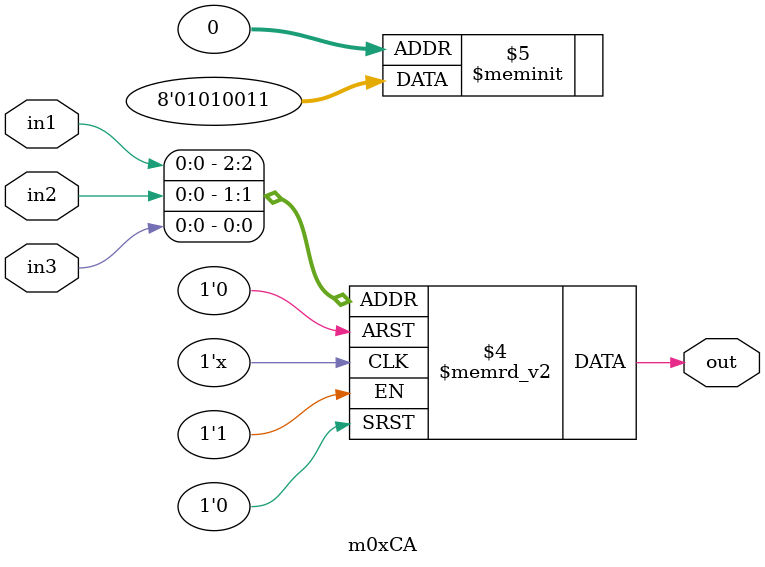
<source format=v>
module m0xCA(output out, input in1, in2, in3);

   always @(in1, in2, in3)
     begin
        case({in1, in2, in3})
          3'b000: {out} = 1'b1;
          3'b001: {out} = 1'b1;
          3'b010: {out} = 1'b0;
          3'b011: {out} = 1'b0;
          3'b100: {out} = 1'b1;
          3'b101: {out} = 1'b0;
          3'b110: {out} = 1'b1;
          3'b111: {out} = 1'b0;
        endcase // case ({in1, in2, in3})
     end // always @ (in1, in2, in3)

endmodule // m0xCA
</source>
